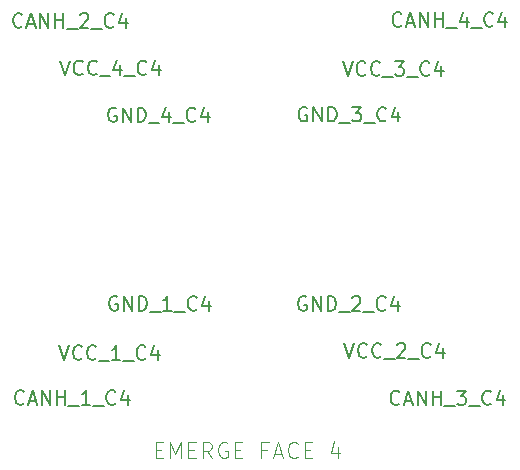
<source format=gbr>
G04 #@! TF.FileFunction,Legend,Bot*
%FSLAX46Y46*%
G04 Gerber Fmt 4.6, Leading zero omitted, Abs format (unit mm)*
G04 Created by KiCad (PCBNEW 4.0.6) date 05/08/17 07:30:41*
%MOMM*%
%LPD*%
G01*
G04 APERTURE LIST*
%ADD10C,0.100000*%
%ADD11C,0.113792*%
%ADD12C,0.127000*%
G04 APERTURE END LIST*
D10*
D11*
X54271633Y-122667140D02*
X54722060Y-122667140D01*
X54915100Y-123374953D02*
X54271633Y-123374953D01*
X54271633Y-122023673D01*
X54915100Y-122023673D01*
X55494220Y-123374953D02*
X55494220Y-122023673D01*
X55944647Y-122988873D01*
X56395074Y-122023673D01*
X56395074Y-123374953D01*
X57038540Y-122667140D02*
X57488967Y-122667140D01*
X57682007Y-123374953D02*
X57038540Y-123374953D01*
X57038540Y-122023673D01*
X57682007Y-122023673D01*
X59033287Y-123374953D02*
X58582861Y-122731487D01*
X58261127Y-123374953D02*
X58261127Y-122023673D01*
X58775901Y-122023673D01*
X58904594Y-122088020D01*
X58968941Y-122152367D01*
X59033287Y-122281060D01*
X59033287Y-122474100D01*
X58968941Y-122602793D01*
X58904594Y-122667140D01*
X58775901Y-122731487D01*
X58261127Y-122731487D01*
X60320221Y-122088020D02*
X60191527Y-122023673D01*
X59998487Y-122023673D01*
X59805447Y-122088020D01*
X59676754Y-122216713D01*
X59612407Y-122345407D01*
X59548061Y-122602793D01*
X59548061Y-122795833D01*
X59612407Y-123053220D01*
X59676754Y-123181913D01*
X59805447Y-123310607D01*
X59998487Y-123374953D01*
X60127181Y-123374953D01*
X60320221Y-123310607D01*
X60384567Y-123246260D01*
X60384567Y-122795833D01*
X60127181Y-122795833D01*
X60963687Y-122667140D02*
X61414114Y-122667140D01*
X61607154Y-123374953D02*
X60963687Y-123374953D01*
X60963687Y-122023673D01*
X61607154Y-122023673D01*
X63666248Y-122667140D02*
X63215821Y-122667140D01*
X63215821Y-123374953D02*
X63215821Y-122023673D01*
X63859288Y-122023673D01*
X64309715Y-122988873D02*
X64953181Y-122988873D01*
X64181021Y-123374953D02*
X64631448Y-122023673D01*
X65081875Y-123374953D01*
X66304461Y-123246260D02*
X66240115Y-123310607D01*
X66047075Y-123374953D01*
X65918381Y-123374953D01*
X65725341Y-123310607D01*
X65596648Y-123181913D01*
X65532301Y-123053220D01*
X65467955Y-122795833D01*
X65467955Y-122602793D01*
X65532301Y-122345407D01*
X65596648Y-122216713D01*
X65725341Y-122088020D01*
X65918381Y-122023673D01*
X66047075Y-122023673D01*
X66240115Y-122088020D01*
X66304461Y-122152367D01*
X66883581Y-122667140D02*
X67334008Y-122667140D01*
X67527048Y-123374953D02*
X66883581Y-123374953D01*
X66883581Y-122023673D01*
X67527048Y-122023673D01*
X69714835Y-122474100D02*
X69714835Y-123374953D01*
X69393102Y-121959327D02*
X69071369Y-122924527D01*
X69907875Y-122924527D01*
D12*
X70246205Y-113656348D02*
X70648371Y-114862848D01*
X71050538Y-113656348D01*
X72142133Y-114747943D02*
X72084681Y-114805395D01*
X71912324Y-114862848D01*
X71797419Y-114862848D01*
X71625062Y-114805395D01*
X71510157Y-114690490D01*
X71452705Y-114575586D01*
X71395253Y-114345776D01*
X71395253Y-114173419D01*
X71452705Y-113943610D01*
X71510157Y-113828705D01*
X71625062Y-113713800D01*
X71797419Y-113656348D01*
X71912324Y-113656348D01*
X72084681Y-113713800D01*
X72142133Y-113771252D01*
X73348633Y-114747943D02*
X73291181Y-114805395D01*
X73118824Y-114862848D01*
X73003919Y-114862848D01*
X72831562Y-114805395D01*
X72716657Y-114690490D01*
X72659205Y-114575586D01*
X72601753Y-114345776D01*
X72601753Y-114173419D01*
X72659205Y-113943610D01*
X72716657Y-113828705D01*
X72831562Y-113713800D01*
X73003919Y-113656348D01*
X73118824Y-113656348D01*
X73291181Y-113713800D01*
X73348633Y-113771252D01*
X73578443Y-114977752D02*
X74497681Y-114977752D01*
X74727491Y-113771252D02*
X74784943Y-113713800D01*
X74899848Y-113656348D01*
X75187110Y-113656348D01*
X75302014Y-113713800D01*
X75359467Y-113771252D01*
X75416919Y-113886157D01*
X75416919Y-114001062D01*
X75359467Y-114173419D01*
X74670038Y-114862848D01*
X75416919Y-114862848D01*
X75646729Y-114977752D02*
X76565967Y-114977752D01*
X77542657Y-114747943D02*
X77485205Y-114805395D01*
X77312848Y-114862848D01*
X77197943Y-114862848D01*
X77025586Y-114805395D01*
X76910681Y-114690490D01*
X76853229Y-114575586D01*
X76795777Y-114345776D01*
X76795777Y-114173419D01*
X76853229Y-113943610D01*
X76910681Y-113828705D01*
X77025586Y-113713800D01*
X77197943Y-113656348D01*
X77312848Y-113656348D01*
X77485205Y-113713800D01*
X77542657Y-113771252D01*
X78576800Y-114058514D02*
X78576800Y-114862848D01*
X78289538Y-113598895D02*
X78002277Y-114460681D01*
X78749157Y-114460681D01*
X46106205Y-113837348D02*
X46508371Y-115043848D01*
X46910538Y-113837348D01*
X48002133Y-114928943D02*
X47944681Y-114986395D01*
X47772324Y-115043848D01*
X47657419Y-115043848D01*
X47485062Y-114986395D01*
X47370157Y-114871490D01*
X47312705Y-114756586D01*
X47255253Y-114526776D01*
X47255253Y-114354419D01*
X47312705Y-114124610D01*
X47370157Y-114009705D01*
X47485062Y-113894800D01*
X47657419Y-113837348D01*
X47772324Y-113837348D01*
X47944681Y-113894800D01*
X48002133Y-113952252D01*
X49208633Y-114928943D02*
X49151181Y-114986395D01*
X48978824Y-115043848D01*
X48863919Y-115043848D01*
X48691562Y-114986395D01*
X48576657Y-114871490D01*
X48519205Y-114756586D01*
X48461753Y-114526776D01*
X48461753Y-114354419D01*
X48519205Y-114124610D01*
X48576657Y-114009705D01*
X48691562Y-113894800D01*
X48863919Y-113837348D01*
X48978824Y-113837348D01*
X49151181Y-113894800D01*
X49208633Y-113952252D01*
X49438443Y-115158752D02*
X50357681Y-115158752D01*
X51276919Y-115043848D02*
X50587491Y-115043848D01*
X50932205Y-115043848D02*
X50932205Y-113837348D01*
X50817300Y-114009705D01*
X50702395Y-114124610D01*
X50587491Y-114182062D01*
X51506729Y-115158752D02*
X52425967Y-115158752D01*
X53402657Y-114928943D02*
X53345205Y-114986395D01*
X53172848Y-115043848D01*
X53057943Y-115043848D01*
X52885586Y-114986395D01*
X52770681Y-114871490D01*
X52713229Y-114756586D01*
X52655777Y-114526776D01*
X52655777Y-114354419D01*
X52713229Y-114124610D01*
X52770681Y-114009705D01*
X52885586Y-113894800D01*
X53057943Y-113837348D01*
X53172848Y-113837348D01*
X53345205Y-113894800D01*
X53402657Y-113952252D01*
X54436800Y-114239514D02*
X54436800Y-115043848D01*
X54149538Y-113779895D02*
X53862277Y-114641681D01*
X54609157Y-114641681D01*
X70135205Y-89787348D02*
X70537371Y-90993848D01*
X70939538Y-89787348D01*
X72031133Y-90878943D02*
X71973681Y-90936395D01*
X71801324Y-90993848D01*
X71686419Y-90993848D01*
X71514062Y-90936395D01*
X71399157Y-90821490D01*
X71341705Y-90706586D01*
X71284253Y-90476776D01*
X71284253Y-90304419D01*
X71341705Y-90074610D01*
X71399157Y-89959705D01*
X71514062Y-89844800D01*
X71686419Y-89787348D01*
X71801324Y-89787348D01*
X71973681Y-89844800D01*
X72031133Y-89902252D01*
X73237633Y-90878943D02*
X73180181Y-90936395D01*
X73007824Y-90993848D01*
X72892919Y-90993848D01*
X72720562Y-90936395D01*
X72605657Y-90821490D01*
X72548205Y-90706586D01*
X72490753Y-90476776D01*
X72490753Y-90304419D01*
X72548205Y-90074610D01*
X72605657Y-89959705D01*
X72720562Y-89844800D01*
X72892919Y-89787348D01*
X73007824Y-89787348D01*
X73180181Y-89844800D01*
X73237633Y-89902252D01*
X73467443Y-91108752D02*
X74386681Y-91108752D01*
X74559038Y-89787348D02*
X75305919Y-89787348D01*
X74903752Y-90246967D01*
X75076110Y-90246967D01*
X75191014Y-90304419D01*
X75248467Y-90361871D01*
X75305919Y-90476776D01*
X75305919Y-90764038D01*
X75248467Y-90878943D01*
X75191014Y-90936395D01*
X75076110Y-90993848D01*
X74731395Y-90993848D01*
X74616491Y-90936395D01*
X74559038Y-90878943D01*
X75535729Y-91108752D02*
X76454967Y-91108752D01*
X77431657Y-90878943D02*
X77374205Y-90936395D01*
X77201848Y-90993848D01*
X77086943Y-90993848D01*
X76914586Y-90936395D01*
X76799681Y-90821490D01*
X76742229Y-90706586D01*
X76684777Y-90476776D01*
X76684777Y-90304419D01*
X76742229Y-90074610D01*
X76799681Y-89959705D01*
X76914586Y-89844800D01*
X77086943Y-89787348D01*
X77201848Y-89787348D01*
X77374205Y-89844800D01*
X77431657Y-89902252D01*
X78465800Y-90189514D02*
X78465800Y-90993848D01*
X78178538Y-89729895D02*
X77891277Y-90591681D01*
X78638157Y-90591681D01*
X46185205Y-89727348D02*
X46587371Y-90933848D01*
X46989538Y-89727348D01*
X48081133Y-90818943D02*
X48023681Y-90876395D01*
X47851324Y-90933848D01*
X47736419Y-90933848D01*
X47564062Y-90876395D01*
X47449157Y-90761490D01*
X47391705Y-90646586D01*
X47334253Y-90416776D01*
X47334253Y-90244419D01*
X47391705Y-90014610D01*
X47449157Y-89899705D01*
X47564062Y-89784800D01*
X47736419Y-89727348D01*
X47851324Y-89727348D01*
X48023681Y-89784800D01*
X48081133Y-89842252D01*
X49287633Y-90818943D02*
X49230181Y-90876395D01*
X49057824Y-90933848D01*
X48942919Y-90933848D01*
X48770562Y-90876395D01*
X48655657Y-90761490D01*
X48598205Y-90646586D01*
X48540753Y-90416776D01*
X48540753Y-90244419D01*
X48598205Y-90014610D01*
X48655657Y-89899705D01*
X48770562Y-89784800D01*
X48942919Y-89727348D01*
X49057824Y-89727348D01*
X49230181Y-89784800D01*
X49287633Y-89842252D01*
X49517443Y-91048752D02*
X50436681Y-91048752D01*
X51241014Y-90129514D02*
X51241014Y-90933848D01*
X50953752Y-89669895D02*
X50666491Y-90531681D01*
X51413371Y-90531681D01*
X51585729Y-91048752D02*
X52504967Y-91048752D01*
X53481657Y-90818943D02*
X53424205Y-90876395D01*
X53251848Y-90933848D01*
X53136943Y-90933848D01*
X52964586Y-90876395D01*
X52849681Y-90761490D01*
X52792229Y-90646586D01*
X52734777Y-90416776D01*
X52734777Y-90244419D01*
X52792229Y-90014610D01*
X52849681Y-89899705D01*
X52964586Y-89784800D01*
X53136943Y-89727348D01*
X53251848Y-89727348D01*
X53424205Y-89784800D01*
X53481657Y-89842252D01*
X54515800Y-90129514D02*
X54515800Y-90933848D01*
X54228538Y-89669895D02*
X53941277Y-90531681D01*
X54688157Y-90531681D01*
X67005538Y-109740800D02*
X66890633Y-109683348D01*
X66718276Y-109683348D01*
X66545919Y-109740800D01*
X66431014Y-109855705D01*
X66373562Y-109970610D01*
X66316110Y-110200419D01*
X66316110Y-110372776D01*
X66373562Y-110602586D01*
X66431014Y-110717490D01*
X66545919Y-110832395D01*
X66718276Y-110889848D01*
X66833181Y-110889848D01*
X67005538Y-110832395D01*
X67062990Y-110774943D01*
X67062990Y-110372776D01*
X66833181Y-110372776D01*
X67580062Y-110889848D02*
X67580062Y-109683348D01*
X68269490Y-110889848D01*
X68269490Y-109683348D01*
X68844014Y-110889848D02*
X68844014Y-109683348D01*
X69131276Y-109683348D01*
X69303633Y-109740800D01*
X69418538Y-109855705D01*
X69475990Y-109970610D01*
X69533442Y-110200419D01*
X69533442Y-110372776D01*
X69475990Y-110602586D01*
X69418538Y-110717490D01*
X69303633Y-110832395D01*
X69131276Y-110889848D01*
X68844014Y-110889848D01*
X69763252Y-111004752D02*
X70682490Y-111004752D01*
X70912300Y-109798252D02*
X70969752Y-109740800D01*
X71084657Y-109683348D01*
X71371919Y-109683348D01*
X71486823Y-109740800D01*
X71544276Y-109798252D01*
X71601728Y-109913157D01*
X71601728Y-110028062D01*
X71544276Y-110200419D01*
X70854847Y-110889848D01*
X71601728Y-110889848D01*
X71831538Y-111004752D02*
X72750776Y-111004752D01*
X73727466Y-110774943D02*
X73670014Y-110832395D01*
X73497657Y-110889848D01*
X73382752Y-110889848D01*
X73210395Y-110832395D01*
X73095490Y-110717490D01*
X73038038Y-110602586D01*
X72980586Y-110372776D01*
X72980586Y-110200419D01*
X73038038Y-109970610D01*
X73095490Y-109855705D01*
X73210395Y-109740800D01*
X73382752Y-109683348D01*
X73497657Y-109683348D01*
X73670014Y-109740800D01*
X73727466Y-109798252D01*
X74761609Y-110085514D02*
X74761609Y-110889848D01*
X74474347Y-109625895D02*
X74187086Y-110487681D01*
X74933966Y-110487681D01*
X51013538Y-109728800D02*
X50898633Y-109671348D01*
X50726276Y-109671348D01*
X50553919Y-109728800D01*
X50439014Y-109843705D01*
X50381562Y-109958610D01*
X50324110Y-110188419D01*
X50324110Y-110360776D01*
X50381562Y-110590586D01*
X50439014Y-110705490D01*
X50553919Y-110820395D01*
X50726276Y-110877848D01*
X50841181Y-110877848D01*
X51013538Y-110820395D01*
X51070990Y-110762943D01*
X51070990Y-110360776D01*
X50841181Y-110360776D01*
X51588062Y-110877848D02*
X51588062Y-109671348D01*
X52277490Y-110877848D01*
X52277490Y-109671348D01*
X52852014Y-110877848D02*
X52852014Y-109671348D01*
X53139276Y-109671348D01*
X53311633Y-109728800D01*
X53426538Y-109843705D01*
X53483990Y-109958610D01*
X53541442Y-110188419D01*
X53541442Y-110360776D01*
X53483990Y-110590586D01*
X53426538Y-110705490D01*
X53311633Y-110820395D01*
X53139276Y-110877848D01*
X52852014Y-110877848D01*
X53771252Y-110992752D02*
X54690490Y-110992752D01*
X55609728Y-110877848D02*
X54920300Y-110877848D01*
X55265014Y-110877848D02*
X55265014Y-109671348D01*
X55150109Y-109843705D01*
X55035204Y-109958610D01*
X54920300Y-110016062D01*
X55839538Y-110992752D02*
X56758776Y-110992752D01*
X57735466Y-110762943D02*
X57678014Y-110820395D01*
X57505657Y-110877848D01*
X57390752Y-110877848D01*
X57218395Y-110820395D01*
X57103490Y-110705490D01*
X57046038Y-110590586D01*
X56988586Y-110360776D01*
X56988586Y-110188419D01*
X57046038Y-109958610D01*
X57103490Y-109843705D01*
X57218395Y-109728800D01*
X57390752Y-109671348D01*
X57505657Y-109671348D01*
X57678014Y-109728800D01*
X57735466Y-109786252D01*
X58769609Y-110073514D02*
X58769609Y-110877848D01*
X58482347Y-109613895D02*
X58195086Y-110475681D01*
X58941966Y-110475681D01*
X67054538Y-93723800D02*
X66939633Y-93666348D01*
X66767276Y-93666348D01*
X66594919Y-93723800D01*
X66480014Y-93838705D01*
X66422562Y-93953610D01*
X66365110Y-94183419D01*
X66365110Y-94355776D01*
X66422562Y-94585586D01*
X66480014Y-94700490D01*
X66594919Y-94815395D01*
X66767276Y-94872848D01*
X66882181Y-94872848D01*
X67054538Y-94815395D01*
X67111990Y-94757943D01*
X67111990Y-94355776D01*
X66882181Y-94355776D01*
X67629062Y-94872848D02*
X67629062Y-93666348D01*
X68318490Y-94872848D01*
X68318490Y-93666348D01*
X68893014Y-94872848D02*
X68893014Y-93666348D01*
X69180276Y-93666348D01*
X69352633Y-93723800D01*
X69467538Y-93838705D01*
X69524990Y-93953610D01*
X69582442Y-94183419D01*
X69582442Y-94355776D01*
X69524990Y-94585586D01*
X69467538Y-94700490D01*
X69352633Y-94815395D01*
X69180276Y-94872848D01*
X68893014Y-94872848D01*
X69812252Y-94987752D02*
X70731490Y-94987752D01*
X70903847Y-93666348D02*
X71650728Y-93666348D01*
X71248561Y-94125967D01*
X71420919Y-94125967D01*
X71535823Y-94183419D01*
X71593276Y-94240871D01*
X71650728Y-94355776D01*
X71650728Y-94643038D01*
X71593276Y-94757943D01*
X71535823Y-94815395D01*
X71420919Y-94872848D01*
X71076204Y-94872848D01*
X70961300Y-94815395D01*
X70903847Y-94757943D01*
X71880538Y-94987752D02*
X72799776Y-94987752D01*
X73776466Y-94757943D02*
X73719014Y-94815395D01*
X73546657Y-94872848D01*
X73431752Y-94872848D01*
X73259395Y-94815395D01*
X73144490Y-94700490D01*
X73087038Y-94585586D01*
X73029586Y-94355776D01*
X73029586Y-94183419D01*
X73087038Y-93953610D01*
X73144490Y-93838705D01*
X73259395Y-93723800D01*
X73431752Y-93666348D01*
X73546657Y-93666348D01*
X73719014Y-93723800D01*
X73776466Y-93781252D01*
X74810609Y-94068514D02*
X74810609Y-94872848D01*
X74523347Y-93608895D02*
X74236086Y-94470681D01*
X74982966Y-94470681D01*
X50907538Y-93749800D02*
X50792633Y-93692348D01*
X50620276Y-93692348D01*
X50447919Y-93749800D01*
X50333014Y-93864705D01*
X50275562Y-93979610D01*
X50218110Y-94209419D01*
X50218110Y-94381776D01*
X50275562Y-94611586D01*
X50333014Y-94726490D01*
X50447919Y-94841395D01*
X50620276Y-94898848D01*
X50735181Y-94898848D01*
X50907538Y-94841395D01*
X50964990Y-94783943D01*
X50964990Y-94381776D01*
X50735181Y-94381776D01*
X51482062Y-94898848D02*
X51482062Y-93692348D01*
X52171490Y-94898848D01*
X52171490Y-93692348D01*
X52746014Y-94898848D02*
X52746014Y-93692348D01*
X53033276Y-93692348D01*
X53205633Y-93749800D01*
X53320538Y-93864705D01*
X53377990Y-93979610D01*
X53435442Y-94209419D01*
X53435442Y-94381776D01*
X53377990Y-94611586D01*
X53320538Y-94726490D01*
X53205633Y-94841395D01*
X53033276Y-94898848D01*
X52746014Y-94898848D01*
X53665252Y-95013752D02*
X54584490Y-95013752D01*
X55388823Y-94094514D02*
X55388823Y-94898848D01*
X55101561Y-93634895D02*
X54814300Y-94496681D01*
X55561180Y-94496681D01*
X55733538Y-95013752D02*
X56652776Y-95013752D01*
X57629466Y-94783943D02*
X57572014Y-94841395D01*
X57399657Y-94898848D01*
X57284752Y-94898848D01*
X57112395Y-94841395D01*
X56997490Y-94726490D01*
X56940038Y-94611586D01*
X56882586Y-94381776D01*
X56882586Y-94209419D01*
X56940038Y-93979610D01*
X56997490Y-93864705D01*
X57112395Y-93749800D01*
X57284752Y-93692348D01*
X57399657Y-93692348D01*
X57572014Y-93749800D01*
X57629466Y-93807252D01*
X58663609Y-94094514D02*
X58663609Y-94898848D01*
X58376347Y-93634895D02*
X58089086Y-94496681D01*
X58835966Y-94496681D01*
X42947990Y-86806943D02*
X42890538Y-86864395D01*
X42718181Y-86921848D01*
X42603276Y-86921848D01*
X42430919Y-86864395D01*
X42316014Y-86749490D01*
X42258562Y-86634586D01*
X42201110Y-86404776D01*
X42201110Y-86232419D01*
X42258562Y-86002610D01*
X42316014Y-85887705D01*
X42430919Y-85772800D01*
X42603276Y-85715348D01*
X42718181Y-85715348D01*
X42890538Y-85772800D01*
X42947990Y-85830252D01*
X43407610Y-86577133D02*
X43982133Y-86577133D01*
X43292705Y-86921848D02*
X43694871Y-85715348D01*
X44097038Y-86921848D01*
X44499205Y-86921848D02*
X44499205Y-85715348D01*
X45188633Y-86921848D01*
X45188633Y-85715348D01*
X45763157Y-86921848D02*
X45763157Y-85715348D01*
X45763157Y-86289871D02*
X46452585Y-86289871D01*
X46452585Y-86921848D02*
X46452585Y-85715348D01*
X46739847Y-87036752D02*
X47659085Y-87036752D01*
X47888895Y-85830252D02*
X47946347Y-85772800D01*
X48061252Y-85715348D01*
X48348514Y-85715348D01*
X48463418Y-85772800D01*
X48520871Y-85830252D01*
X48578323Y-85945157D01*
X48578323Y-86060062D01*
X48520871Y-86232419D01*
X47831442Y-86921848D01*
X48578323Y-86921848D01*
X48808133Y-87036752D02*
X49727371Y-87036752D01*
X50704061Y-86806943D02*
X50646609Y-86864395D01*
X50474252Y-86921848D01*
X50359347Y-86921848D01*
X50186990Y-86864395D01*
X50072085Y-86749490D01*
X50014633Y-86634586D01*
X49957181Y-86404776D01*
X49957181Y-86232419D01*
X50014633Y-86002610D01*
X50072085Y-85887705D01*
X50186990Y-85772800D01*
X50359347Y-85715348D01*
X50474252Y-85715348D01*
X50646609Y-85772800D01*
X50704061Y-85830252D01*
X51738204Y-86117514D02*
X51738204Y-86921848D01*
X51450942Y-85657895D02*
X51163681Y-86519681D01*
X51910561Y-86519681D01*
X43092990Y-118729943D02*
X43035538Y-118787395D01*
X42863181Y-118844848D01*
X42748276Y-118844848D01*
X42575919Y-118787395D01*
X42461014Y-118672490D01*
X42403562Y-118557586D01*
X42346110Y-118327776D01*
X42346110Y-118155419D01*
X42403562Y-117925610D01*
X42461014Y-117810705D01*
X42575919Y-117695800D01*
X42748276Y-117638348D01*
X42863181Y-117638348D01*
X43035538Y-117695800D01*
X43092990Y-117753252D01*
X43552610Y-118500133D02*
X44127133Y-118500133D01*
X43437705Y-118844848D02*
X43839871Y-117638348D01*
X44242038Y-118844848D01*
X44644205Y-118844848D02*
X44644205Y-117638348D01*
X45333633Y-118844848D01*
X45333633Y-117638348D01*
X45908157Y-118844848D02*
X45908157Y-117638348D01*
X45908157Y-118212871D02*
X46597585Y-118212871D01*
X46597585Y-118844848D02*
X46597585Y-117638348D01*
X46884847Y-118959752D02*
X47804085Y-118959752D01*
X48723323Y-118844848D02*
X48033895Y-118844848D01*
X48378609Y-118844848D02*
X48378609Y-117638348D01*
X48263704Y-117810705D01*
X48148799Y-117925610D01*
X48033895Y-117983062D01*
X48953133Y-118959752D02*
X49872371Y-118959752D01*
X50849061Y-118729943D02*
X50791609Y-118787395D01*
X50619252Y-118844848D01*
X50504347Y-118844848D01*
X50331990Y-118787395D01*
X50217085Y-118672490D01*
X50159633Y-118557586D01*
X50102181Y-118327776D01*
X50102181Y-118155419D01*
X50159633Y-117925610D01*
X50217085Y-117810705D01*
X50331990Y-117695800D01*
X50504347Y-117638348D01*
X50619252Y-117638348D01*
X50791609Y-117695800D01*
X50849061Y-117753252D01*
X51883204Y-118040514D02*
X51883204Y-118844848D01*
X51595942Y-117580895D02*
X51308681Y-118442681D01*
X52055561Y-118442681D01*
X74911990Y-118756943D02*
X74854538Y-118814395D01*
X74682181Y-118871848D01*
X74567276Y-118871848D01*
X74394919Y-118814395D01*
X74280014Y-118699490D01*
X74222562Y-118584586D01*
X74165110Y-118354776D01*
X74165110Y-118182419D01*
X74222562Y-117952610D01*
X74280014Y-117837705D01*
X74394919Y-117722800D01*
X74567276Y-117665348D01*
X74682181Y-117665348D01*
X74854538Y-117722800D01*
X74911990Y-117780252D01*
X75371610Y-118527133D02*
X75946133Y-118527133D01*
X75256705Y-118871848D02*
X75658871Y-117665348D01*
X76061038Y-118871848D01*
X76463205Y-118871848D02*
X76463205Y-117665348D01*
X77152633Y-118871848D01*
X77152633Y-117665348D01*
X77727157Y-118871848D02*
X77727157Y-117665348D01*
X77727157Y-118239871D02*
X78416585Y-118239871D01*
X78416585Y-118871848D02*
X78416585Y-117665348D01*
X78703847Y-118986752D02*
X79623085Y-118986752D01*
X79795442Y-117665348D02*
X80542323Y-117665348D01*
X80140156Y-118124967D01*
X80312514Y-118124967D01*
X80427418Y-118182419D01*
X80484871Y-118239871D01*
X80542323Y-118354776D01*
X80542323Y-118642038D01*
X80484871Y-118756943D01*
X80427418Y-118814395D01*
X80312514Y-118871848D01*
X79967799Y-118871848D01*
X79852895Y-118814395D01*
X79795442Y-118756943D01*
X80772133Y-118986752D02*
X81691371Y-118986752D01*
X82668061Y-118756943D02*
X82610609Y-118814395D01*
X82438252Y-118871848D01*
X82323347Y-118871848D01*
X82150990Y-118814395D01*
X82036085Y-118699490D01*
X81978633Y-118584586D01*
X81921181Y-118354776D01*
X81921181Y-118182419D01*
X81978633Y-117952610D01*
X82036085Y-117837705D01*
X82150990Y-117722800D01*
X82323347Y-117665348D01*
X82438252Y-117665348D01*
X82610609Y-117722800D01*
X82668061Y-117780252D01*
X83702204Y-118067514D02*
X83702204Y-118871848D01*
X83414942Y-117607895D02*
X83127681Y-118469681D01*
X83874561Y-118469681D01*
X75076990Y-86724943D02*
X75019538Y-86782395D01*
X74847181Y-86839848D01*
X74732276Y-86839848D01*
X74559919Y-86782395D01*
X74445014Y-86667490D01*
X74387562Y-86552586D01*
X74330110Y-86322776D01*
X74330110Y-86150419D01*
X74387562Y-85920610D01*
X74445014Y-85805705D01*
X74559919Y-85690800D01*
X74732276Y-85633348D01*
X74847181Y-85633348D01*
X75019538Y-85690800D01*
X75076990Y-85748252D01*
X75536610Y-86495133D02*
X76111133Y-86495133D01*
X75421705Y-86839848D02*
X75823871Y-85633348D01*
X76226038Y-86839848D01*
X76628205Y-86839848D02*
X76628205Y-85633348D01*
X77317633Y-86839848D01*
X77317633Y-85633348D01*
X77892157Y-86839848D02*
X77892157Y-85633348D01*
X77892157Y-86207871D02*
X78581585Y-86207871D01*
X78581585Y-86839848D02*
X78581585Y-85633348D01*
X78868847Y-86954752D02*
X79788085Y-86954752D01*
X80592418Y-86035514D02*
X80592418Y-86839848D01*
X80305156Y-85575895D02*
X80017895Y-86437681D01*
X80764775Y-86437681D01*
X80937133Y-86954752D02*
X81856371Y-86954752D01*
X82833061Y-86724943D02*
X82775609Y-86782395D01*
X82603252Y-86839848D01*
X82488347Y-86839848D01*
X82315990Y-86782395D01*
X82201085Y-86667490D01*
X82143633Y-86552586D01*
X82086181Y-86322776D01*
X82086181Y-86150419D01*
X82143633Y-85920610D01*
X82201085Y-85805705D01*
X82315990Y-85690800D01*
X82488347Y-85633348D01*
X82603252Y-85633348D01*
X82775609Y-85690800D01*
X82833061Y-85748252D01*
X83867204Y-86035514D02*
X83867204Y-86839848D01*
X83579942Y-85575895D02*
X83292681Y-86437681D01*
X84039561Y-86437681D01*
M02*

</source>
